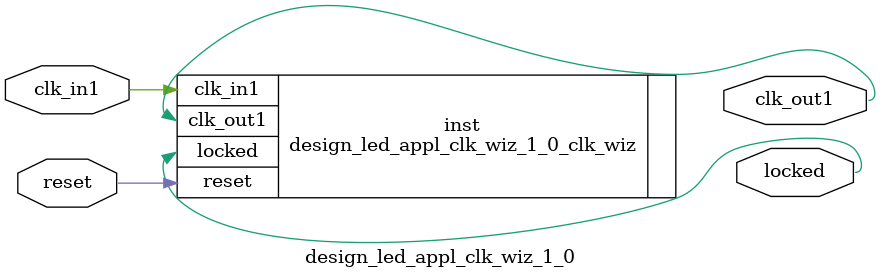
<source format=v>


`timescale 1ps/1ps

(* CORE_GENERATION_INFO = "design_led_appl_clk_wiz_1_0,clk_wiz_v6_0_3_0_0,{component_name=design_led_appl_clk_wiz_1_0,use_phase_alignment=true,use_min_o_jitter=false,use_max_i_jitter=false,use_dyn_phase_shift=false,use_inclk_switchover=false,use_dyn_reconfig=false,enable_axi=0,feedback_source=FDBK_AUTO,PRIMITIVE=MMCM,num_out_clk=1,clkin1_period=10.000,clkin2_period=10.000,use_power_down=false,use_reset=true,use_locked=true,use_inclk_stopped=false,feedback_type=SINGLE,CLOCK_MGR_TYPE=NA,manual_override=false}" *)

module design_led_appl_clk_wiz_1_0 
 (
  // Clock out ports
  output        clk_out1,
  // Status and control signals
  input         reset,
  output        locked,
 // Clock in ports
  input         clk_in1
 );

  design_led_appl_clk_wiz_1_0_clk_wiz inst
  (
  // Clock out ports  
  .clk_out1(clk_out1),
  // Status and control signals               
  .reset(reset), 
  .locked(locked),
 // Clock in ports
  .clk_in1(clk_in1)
  );

endmodule

</source>
